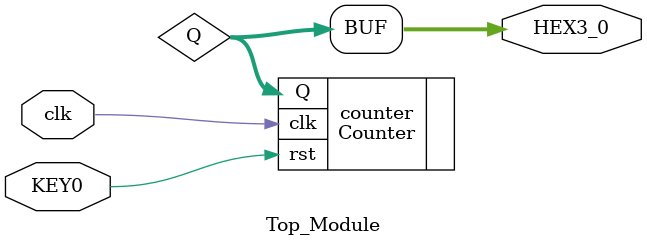
<source format=v>

module Top_Module (
    input wire clk, 
    input wire KEY0, 
    output wire [15:0] HEX3_0
);
    wire [15:0] Q;
    
    // Connecting KEY0 to rst
    Counter counter (.clk(clk), .rst(KEY0), .Q(Q));
    
    // Display on HEX3_0
    assign HEX3_0 = Q;
endmodule
</source>
